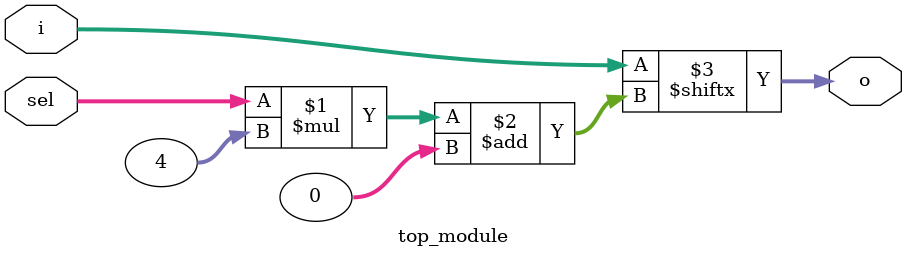
<source format=sv>
module top_module(
    input [1023:0] i,
    input [7:0] sel,
    output [3:0] o
  );

  assign o = i[sel*4 +:4];

`ifdef COCOTB_SIM

  initial
  begin
    $dumpfile ("top_module.vcd");
    $dumpvars (0, top_module);
    #1;
  end
`endif
endmodule

</source>
